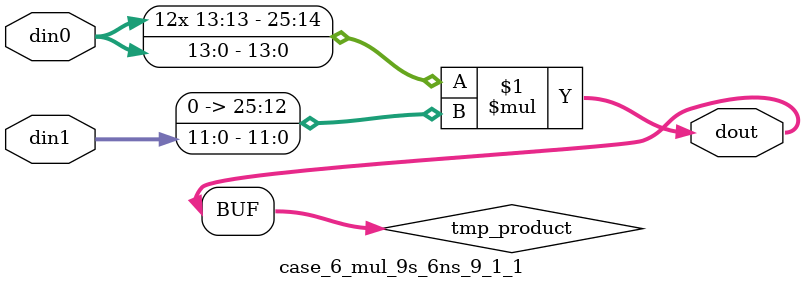
<source format=v>

`timescale 1 ns / 1 ps

 (* use_dsp = "no" *)  module case_6_mul_9s_6ns_9_1_1(din0, din1, dout);
parameter ID = 1;
parameter NUM_STAGE = 0;
parameter din0_WIDTH = 14;
parameter din1_WIDTH = 12;
parameter dout_WIDTH = 26;

input [din0_WIDTH - 1 : 0] din0; 
input [din1_WIDTH - 1 : 0] din1; 
output [dout_WIDTH - 1 : 0] dout;

wire signed [dout_WIDTH - 1 : 0] tmp_product;


























assign tmp_product = $signed(din0) * $signed({1'b0, din1});









assign dout = tmp_product;





















endmodule

</source>
